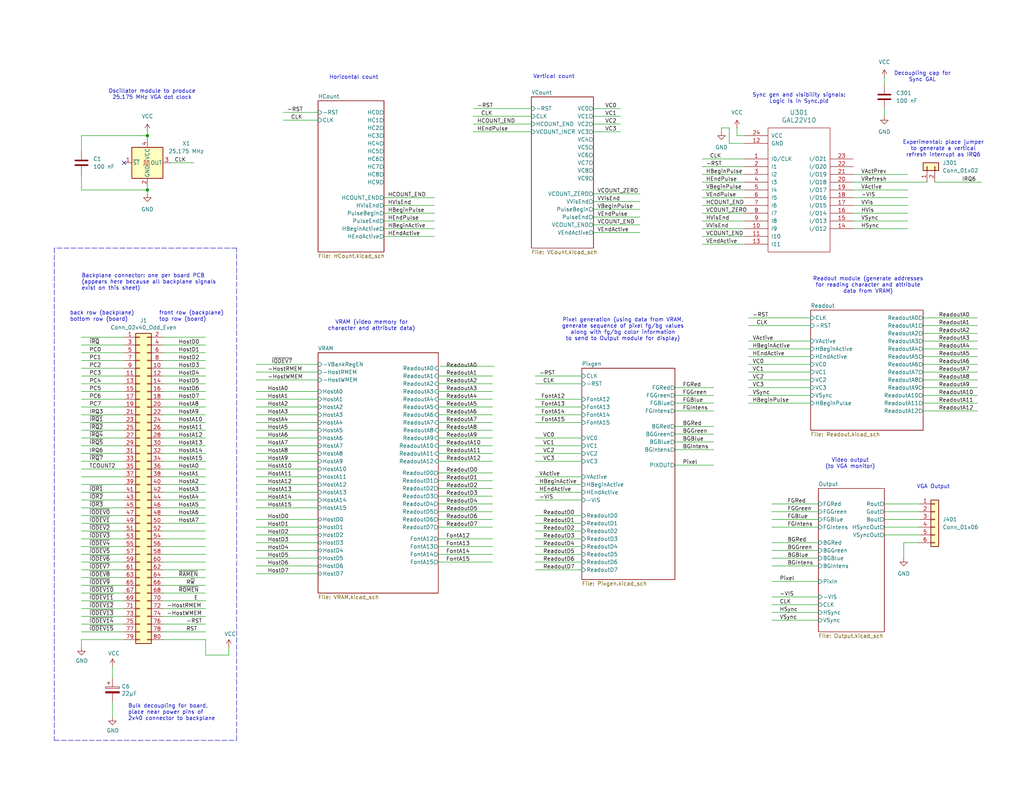
<source format=kicad_sch>
(kicad_sch (version 20231120) (generator "eeschema") (generator_version "8.0")
  (paper "User" 335.28 259.08)
  (title_block (title "Hardware VGA") (company "daveho hacks"))
  (lib_symbols
    (symbol "Connector_Generic:Conn_01x02" (pin_names (offset 1.016) hide)
      (property "Reference" "J" (at 0 2.54 0))
      (property "Value" "Conn_01x02" (at 0 -5.08 0))
      (symbol "Conn_01x02_1_1"
        (pin passive line (at -5.08 0 0) (length 3.81) (name "Pin_1") (number "1"))
        (pin passive line (at -5.08 -2.54 0) (length 3.81) (name "Pin_2") (number "2"))
      )
    )
    (symbol "Connector_Generic:Conn_01x06" (pin_names (offset 1.016) hide)
      (property "Reference" "J" (at 0 7.62 0))
      (property "Value" "Conn_01x06" (at 0 -10.16 0))
      (symbol "Conn_01x06_1_1"
        (pin passive line (at -5.08 5.08 0) (length 3.81) (name "Pin_1") (number "1"))
        (pin passive line (at -5.08 2.54 0) (length 3.81) (name "Pin_2") (number "2"))
        (pin passive line (at -5.08 0 0) (length 3.81) (name "Pin_3") (number "3"))
        (pin passive line (at -5.08 -2.54 0) (length 3.81) (name "Pin_4") (number "4"))
        (pin passive line (at -5.08 -5.08 0) (length 3.81) (name "Pin_5") (number "5"))
        (pin passive line (at -5.08 -7.62 0) (length 3.81) (name "Pin_6") (number "6"))
      )
    )
    (symbol "Connector_Generic:Conn_02x40_Odd_Even" (pin_names (offset 1.016) hide)
      (property "Reference" "J" (at 1.27 50.8 0))
      (property "Value" "Conn_02x40_Odd_Even" (at 1.27 -53.34 0))
      (symbol "Conn_02x40_Odd_Even_1_1"
        (pin passive line (at -5.08 48.26 0) (length 3.81) (name "Pin_1") (number "1"))
        (pin passive line (at 7.62 38.1 180) (length 3.81) (name "Pin_10") (number "10"))
        (pin passive line (at -5.08 35.56 0) (length 3.81) (name "Pin_11") (number "11"))
        (pin passive line (at 7.62 35.56 180) (length 3.81) (name "Pin_12") (number "12"))
        (pin passive line (at -5.08 33.02 0) (length 3.81) (name "Pin_13") (number "13"))
        (pin passive line (at 7.62 33.02 180) (length 3.81) (name "Pin_14") (number "14"))
        (pin passive line (at -5.08 30.48 0) (length 3.81) (name "Pin_15") (number "15"))
        (pin passive line (at 7.62 30.48 180) (length 3.81) (name "Pin_16") (number "16"))
        (pin passive line (at -5.08 27.94 0) (length 3.81) (name "Pin_17") (number "17"))
        (pin passive line (at 7.62 27.94 180) (length 3.81) (name "Pin_18") (number "18"))
        (pin passive line (at -5.08 25.4 0) (length 3.81) (name "Pin_19") (number "19"))
        (pin passive line (at 7.62 48.26 180) (length 3.81) (name "Pin_2") (number "2"))
        (pin passive line (at 7.62 25.4 180) (length 3.81) (name "Pin_20") (number "20"))
        (pin passive line (at -5.08 22.86 0) (length 3.81) (name "Pin_21") (number "21"))
        (pin passive line (at 7.62 22.86 180) (length 3.81) (name "Pin_22") (number "22"))
        (pin passive line (at -5.08 20.32 0) (length 3.81) (name "Pin_23") (number "23"))
        (pin passive line (at 7.62 20.32 180) (length 3.81) (name "Pin_24") (number "24"))
        (pin passive line (at -5.08 17.78 0) (length 3.81) (name "Pin_25") (number "25"))
        (pin passive line (at 7.62 17.78 180) (length 3.81) (name "Pin_26") (number "26"))
        (pin passive line (at -5.08 15.24 0) (length 3.81) (name "Pin_27") (number "27"))
        (pin passive line (at 7.62 15.24 180) (length 3.81) (name "Pin_28") (number "28"))
        (pin passive line (at -5.08 12.7 0) (length 3.81) (name "Pin_29") (number "29"))
        (pin passive line (at -5.08 45.72 0) (length 3.81) (name "Pin_3") (number "3"))
        (pin passive line (at 7.62 12.7 180) (length 3.81) (name "Pin_30") (number "30"))
        (pin passive line (at -5.08 10.16 0) (length 3.81) (name "Pin_31") (number "31"))
        (pin passive line (at 7.62 10.16 180) (length 3.81) (name "Pin_32") (number "32"))
        (pin passive line (at -5.08 7.62 0) (length 3.81) (name "Pin_33") (number "33"))
        (pin passive line (at 7.62 7.62 180) (length 3.81) (name "Pin_34") (number "34"))
        (pin passive line (at -5.08 5.08 0) (length 3.81) (name "Pin_35") (number "35"))
        (pin passive line (at 7.62 5.08 180) (length 3.81) (name "Pin_36") (number "36"))
        (pin passive line (at -5.08 2.54 0) (length 3.81) (name "Pin_37") (number "37"))
        (pin passive line (at 7.62 2.54 180) (length 3.81) (name "Pin_38") (number "38"))
        (pin passive line (at -5.08 0 0) (length 3.81) (name "Pin_39") (number "39"))
        (pin passive line (at 7.62 45.72 180) (length 3.81) (name "Pin_4") (number "4"))
        (pin passive line (at 7.62 0 180) (length 3.81) (name "Pin_40") (number "40"))
        (pin passive line (at -5.08 -2.54 0) (length 3.81) (name "Pin_41") (number "41"))
        (pin passive line (at 7.62 -2.54 180) (length 3.81) (name "Pin_42") (number "42"))
        (pin passive line (at -5.08 -5.08 0) (length 3.81) (name "Pin_43") (number "43"))
        (pin passive line (at 7.62 -5.08 180) (length 3.81) (name "Pin_44") (number "44"))
        (pin passive line (at -5.08 -7.62 0) (length 3.81) (name "Pin_45") (number "45"))
        (pin passive line (at 7.62 -7.62 180) (length 3.81) (name "Pin_46") (number "46"))
        (pin passive line (at -5.08 -10.16 0) (length 3.81) (name "Pin_47") (number "47"))
        (pin passive line (at 7.62 -10.16 180) (length 3.81) (name "Pin_48") (number "48"))
        (pin passive line (at -5.08 -12.7 0) (length 3.81) (name "Pin_49") (number "49"))
        (pin passive line (at -5.08 43.18 0) (length 3.81) (name "Pin_5") (number "5"))
        (pin passive line (at 7.62 -12.7 180) (length 3.81) (name "Pin_50") (number "50"))
        (pin passive line (at -5.08 -15.24 0) (length 3.81) (name "Pin_51") (number "51"))
        (pin passive line (at 7.62 -15.24 180) (length 3.81) (name "Pin_52") (number "52"))
        (pin passive line (at -5.08 -17.78 0) (length 3.81) (name "Pin_53") (number "53"))
        (pin passive line (at 7.62 -17.78 180) (length 3.81) (name "Pin_54") (number "54"))
        (pin passive line (at -5.08 -20.32 0) (length 3.81) (name "Pin_55") (number "55"))
        (pin passive line (at 7.62 -20.32 180) (length 3.81) (name "Pin_56") (number "56"))
        (pin passive line (at -5.08 -22.86 0) (length 3.81) (name "Pin_57") (number "57"))
        (pin passive line (at 7.62 -22.86 180) (length 3.81) (name "Pin_58") (number "58"))
        (pin passive line (at -5.08 -25.4 0) (length 3.81) (name "Pin_59") (number "59"))
        (pin passive line (at 7.62 43.18 180) (length 3.81) (name "Pin_6") (number "6"))
        (pin passive line (at 7.62 -25.4 180) (length 3.81) (name "Pin_60") (number "60"))
        (pin passive line (at -5.08 -27.94 0) (length 3.81) (name "Pin_61") (number "61"))
        (pin passive line (at 7.62 -27.94 180) (length 3.81) (name "Pin_62") (number "62"))
        (pin passive line (at -5.08 -30.48 0) (length 3.81) (name "Pin_63") (number "63"))
        (pin passive line (at 7.62 -30.48 180) (length 3.81) (name "Pin_64") (number "64"))
        (pin passive line (at -5.08 -33.02 0) (length 3.81) (name "Pin_65") (number "65"))
        (pin passive line (at 7.62 -33.02 180) (length 3.81) (name "Pin_66") (number "66"))
        (pin passive line (at -5.08 -35.56 0) (length 3.81) (name "Pin_67") (number "67"))
        (pin passive line (at 7.62 -35.56 180) (length 3.81) (name "Pin_68") (number "68"))
        (pin passive line (at -5.08 -38.1 0) (length 3.81) (name "Pin_69") (number "69"))
        (pin passive line (at -5.08 40.64 0) (length 3.81) (name "Pin_7") (number "7"))
        (pin passive line (at 7.62 -38.1 180) (length 3.81) (name "Pin_70") (number "70"))
        (pin passive line (at -5.08 -40.64 0) (length 3.81) (name "Pin_71") (number "71"))
        (pin passive line (at 7.62 -40.64 180) (length 3.81) (name "Pin_72") (number "72"))
        (pin passive line (at -5.08 -43.18 0) (length 3.81) (name "Pin_73") (number "73"))
        (pin passive line (at 7.62 -43.18 180) (length 3.81) (name "Pin_74") (number "74"))
        (pin passive line (at -5.08 -45.72 0) (length 3.81) (name "Pin_75") (number "75"))
        (pin passive line (at 7.62 -45.72 180) (length 3.81) (name "Pin_76") (number "76"))
        (pin passive line (at -5.08 -48.26 0) (length 3.81) (name "Pin_77") (number "77"))
        (pin passive line (at 7.62 -48.26 180) (length 3.81) (name "Pin_78") (number "78"))
        (pin passive line (at -5.08 -50.8 0) (length 3.81) (name "Pin_79") (number "79"))
        (pin passive line (at 7.62 40.64 180) (length 3.81) (name "Pin_8") (number "8"))
        (pin passive line (at 7.62 -50.8 180) (length 3.81) (name "Pin_80") (number "80"))
        (pin passive line (at -5.08 38.1 0) (length 3.81) (name "Pin_9") (number "9"))
      )
    )
    (symbol "Device:C" (pin_numbers hide) (pin_names (offset 0.254))
      (property "Reference" "C" (at 0.635 2.54 0))
      (property "Value" "C" (at 0.635 -2.54 0))
      (symbol "C_1_1"
        (pin passive line (at 0 3.81 270) (length 2.794) (name "~") (number "1"))
        (pin passive line (at 0 -3.81 90) (length 2.794) (name "~") (number "2"))
      )
    )
    (symbol "GND_2" (power) (pin_numbers hide) (pin_names (offset 0) hide)
      (property "Value" "GND" (at 0 -3.81 0))
      (symbol "GND_2_1_1"
        (pin power_in line (at 0 0 270) (length 0) (name "~") (number "1"))
      )
    )
    (symbol "GND_3" (power) (pin_numbers hide) (pin_names (offset 0) hide)
      (property "Value" "GND" (at 0 -3.81 0))
      (symbol "GND_3_1_1"
        (pin power_in line (at 0 0 270) (length 0) (name "~") (number "1"))
      )
    )
    (symbol "GND_4" (power) (pin_numbers hide) (pin_names (offset 0) hide)
      (property "Value" "GND" (at 0 -3.81 0))
      (symbol "GND_4_1_1"
        (pin power_in line (at 0 0 270) (length 0) (name "~") (number "1"))
      )
    )
    (symbol "Oscillator:SG-7050CAN" (pin_names (offset 0.254))
      (property "Reference" "X" (at -5.08 6.35 0))
      (property "Value" "SG-7050CAN" (at 1.27 -6.35 0))
      (symbol "SG-7050CAN_1_1"
        (pin input line (at -7.62 0 0) (length 2.54) (name "~{ST}") (number "1"))
        (pin power_in line (at 0 -7.62 90) (length 2.54) (name "GND") (number "2"))
        (pin output line (at 7.62 0 180) (length 2.54) (name "OUT") (number "3"))
        (pin power_in line (at 0 7.62 270) (length 2.54) (name "VCC") (number "4"))
      )
    )
    (symbol "VCC_1" (power) (pin_numbers hide) (pin_names (offset 0) hide)
      (property "Value" "VCC" (at 0 3.556 0))
      (symbol "VCC_1_1_1"
        (pin power_in line (at 0 0 90) (length 0) (name "~") (number "1"))
      )
    )
    (symbol "VCC_2" (power) (pin_numbers hide) (pin_names (offset 0) hide)
      (property "Value" "VCC" (at 0 3.556 0))
      (symbol "VCC_2_1_1"
        (pin power_in line (at 0 0 90) (length 0) (name "~") (number "1"))
      )
    )
    (symbol "device:CP" (pin_numbers hide) (pin_names (offset 0.254))
      (property "Reference" "C" (at 0.635 2.54 0))
      (property "Value" "CP" (at 0.635 -2.54 0))
      (symbol "CP_1_1"
        (pin passive line (at 0 3.81 270) (length 2.794) (name "~") (number "1"))
        (pin passive line (at 0 -3.81 90) (length 2.794) (name "~") (number "2"))
      )
    )
    (symbol "power:GND" (power) (pin_names (offset 0))
      (property "Value" "GND" (at 0 -3.81 0))
      (symbol "GND_1_1"
        (pin power_in line (at 0 0 270) (length 0) hide (name "GND") (number "1"))
      )
    )
    (symbol "power:VCC" (power) (pin_names (offset 0))
      (property "Value" "VCC" (at 0 3.81 0))
      (symbol "VCC_1_1"
        (pin power_in line (at 0 0 90) (length 0) hide (name "VCC") (number "1"))
      )
    )
    (symbol "ya68k:GAL22V10" (pin_names (offset 1.016))
      (property "Reference" "U" (at -1.27 20.32 0))
      (property "Value" "GAL22V10" (at 0 -24.13 0))
      (symbol "GAL22V10_1_1"
        (pin input line (at -17.78 8.89 0) (length 7.62) (name "I0/CLK") (number "1"))
        (pin input line (at -17.78 -13.97 0) (length 7.62) (name "I9") (number "10"))
        (pin input line (at -17.78 -16.51 0) (length 7.62) (name "I10") (number "11"))
        (pin power_in line (at -17.78 13.97 0) (length 7.62) (name "GND") (number "12"))
        (pin input line (at -17.78 -19.05 0) (length 7.62) (name "I11") (number "13"))
        (pin bidirectional line (at 17.78 -13.97 180) (length 7.62) (name "I/O12") (number "14"))
        (pin bidirectional line (at 17.78 -11.43 180) (length 7.62) (name "I/O13") (number "15"))
        (pin bidirectional line (at 17.78 -8.89 180) (length 7.62) (name "I/O14") (number "16"))
        (pin bidirectional line (at 17.78 -6.35 180) (length 7.62) (name "I/O15") (number "17"))
        (pin bidirectional line (at 17.78 -3.81 180) (length 7.62) (name "I/O16") (number "18"))
        (pin bidirectional line (at 17.78 -1.27 180) (length 7.62) (name "I/O17") (number "19"))
        (pin input line (at -17.78 6.35 0) (length 7.62) (name "I1") (number "2"))
        (pin bidirectional line (at 17.78 1.27 180) (length 7.62) (name "I/O18") (number "20"))
        (pin bidirectional line (at 17.78 3.81 180) (length 7.62) (name "I/O19") (number "21"))
        (pin bidirectional line (at 17.78 6.35 180) (length 7.62) (name "I/O20") (number "22"))
        (pin bidirectional line (at 17.78 8.89 180) (length 7.62) (name "I/O21") (number "23"))
        (pin power_in line (at -17.78 16.51 0) (length 7.62) (name "VCC") (number "24"))
        (pin input line (at -17.78 3.81 0) (length 7.62) (name "I2") (number "3"))
        (pin input line (at -17.78 1.27 0) (length 7.62) (name "I3") (number "4"))
        (pin input line (at -17.78 -1.27 0) (length 7.62) (name "I4") (number "5"))
        (pin input line (at -17.78 -3.81 0) (length 7.62) (name "I5") (number "6"))
        (pin input line (at -17.78 -6.35 0) (length 7.62) (name "I6") (number "7"))
        (pin input line (at -17.78 -8.89 0) (length 7.62) (name "I7") (number "8"))
        (pin input line (at -17.78 -11.43 0) (length 7.62) (name "I8") (number "9"))
      )
    )
  )
  (junction (at 48.26 62.23))
  (junction (at 48.26 44.45))
  (no_connect (at 40.64 53.34))
  (wire (pts (xy 83.82 124.46) (xy 104.14 124.46)))
  (wire (pts (xy 238.76 41.91) (xy 236.22 41.91)))
  (wire (pts (xy 194.31 38.1) (xy 203.2 38.1)))
  (wire (pts (xy 143.51 160.02) (xy 161.29 160.02)))
  (wire (pts (xy 36.83 222.25) (xy 36.83 218.44)))
  (wire (pts (xy 143.51 165.1) (xy 161.29 165.1)))
  (wire (pts (xy 302.26 104.14) (xy 320.04 104.14)))
  (wire (pts (xy 143.51 157.48) (xy 161.29 157.48)))
  (wire (pts (xy 26.67 113.03) (xy 40.64 113.03)))
  (wire (pts (xy 252.73 172.72) (xy 267.97 172.72)))
  (wire (pts (xy 194.31 66.04) (xy 209.55 66.04)))
  (wire (pts (xy 53.34 209.55) (xy 67.31 209.55)))
  (wire (pts (xy 220.98 134.62) (xy 233.68 134.62)))
  (wire (pts (xy 53.34 163.83) (xy 67.31 163.83)))
  (wire (pts (xy 175.26 133.35) (xy 190.5 133.35)))
  (wire (pts (xy 267.97 200.66) (xy 252.73 200.66)))
  (wire (pts (xy 26.67 146.05) (xy 40.64 146.05)))
  (wire (pts (xy 26.67 151.13) (xy 40.64 151.13)))
  (wire (pts (xy 53.34 158.75) (xy 67.31 158.75)))
  (wire (pts (xy 53.34 148.59) (xy 67.31 148.59)))
  (wire (pts (xy 220.98 152.4) (xy 233.68 152.4)))
  (wire (pts (xy 279.4 57.15) (xy 297.18 57.15)))
  (wire (pts (xy 289.56 167.64) (xy 300.99 167.64)))
  (wire (pts (xy 26.67 189.23) (xy 40.64 189.23)))
  (wire (pts (xy 295.91 177.8) (xy 295.91 182.88)))
  (wire (pts (xy 252.73 185.42) (xy 267.97 185.42)))
  (wire (pts (xy 175.26 176.53) (xy 190.5 176.53)))
  (wire (pts (xy 26.67 62.23) (xy 48.26 62.23)))
  (wire (pts (xy 252.73 195.58) (xy 267.97 195.58)))
  (wire (pts (xy 154.94 38.1) (xy 173.99 38.1)))
  (wire (pts (xy 245.11 127) (xy 265.43 127)))
  (wire (pts (xy 83.82 135.89) (xy 104.14 135.89)))
  (wire (pts (xy 83.82 153.67) (xy 104.14 153.67)))
  (wire (pts (xy 26.67 135.89) (xy 40.64 135.89)))
  (wire (pts (xy 53.34 125.73) (xy 67.31 125.73)))
  (wire (pts (xy 83.82 166.37) (xy 104.14 166.37)))
  (wire (pts (xy 143.51 146.05) (xy 161.29 146.05)))
  (wire (pts (xy 245.11 121.92) (xy 265.43 121.92)))
  (wire (pts (xy 26.67 191.77) (xy 40.64 191.77)))
  (wire (pts (xy 26.67 140.97) (xy 40.64 140.97)))
  (wire (pts (xy 104.14 36.83) (xy 92.71 36.83)))
  (wire (pts (xy 302.26 109.22) (xy 320.04 109.22)))
  (wire (pts (xy 53.34 199.39) (xy 67.31 199.39)))
  (wire (pts (xy 53.34 110.49) (xy 67.31 110.49)))
  (wire (pts (xy 220.98 147.32) (xy 233.68 147.32)))
  (wire (pts (xy 53.34 133.35) (xy 67.31 133.35)))
  (wire (pts (xy 48.26 60.96) (xy 48.26 62.23)))
  (wire (pts (xy 143.51 125.73) (xy 161.29 125.73)))
  (wire (pts (xy 53.34 146.05) (xy 67.31 146.05)))
  (wire (pts (xy 53.34 184.15) (xy 67.31 184.15)))
  (polyline (pts (xy 17.78 242.57) (xy 77.47 242.57)) (stroke (width 0) (type dash)))
  (wire (pts (xy 26.67 123.19) (xy 40.64 123.19)))
  (wire (pts (xy 175.26 168.91) (xy 190.5 168.91)))
  (wire (pts (xy 53.34 130.81) (xy 67.31 130.81)))
  (wire (pts (xy 26.67 44.45) (xy 48.26 44.45)))
  (wire (pts (xy 252.73 198.12) (xy 267.97 198.12)))
  (wire (pts (xy 252.73 190.5) (xy 267.97 190.5)))
  (wire (pts (xy 53.34 207.01) (xy 67.31 207.01)))
  (wire (pts (xy 83.82 170.18) (xy 104.14 170.18)))
  (wire (pts (xy 289.56 35.56) (xy 289.56 38.1)))
  (wire (pts (xy 175.26 148.59) (xy 190.5 148.59)))
  (wire (pts (xy 74.93 214.63) (xy 74.93 212.09)))
  (wire (pts (xy 175.26 173.99) (xy 190.5 173.99)))
  (wire (pts (xy 26.67 171.45) (xy 40.64 171.45)))
  (wire (pts (xy 245.11 124.46) (xy 265.43 124.46)))
  (wire (pts (xy 83.82 121.92) (xy 104.14 121.92)))
  (wire (pts (xy 53.34 166.37) (xy 67.31 166.37)))
  (wire (pts (xy 175.26 130.81) (xy 190.5 130.81)))
  (wire (pts (xy 83.82 185.42) (xy 104.14 185.42)))
  (wire (pts (xy 125.73 64.77) (xy 142.24 64.77)))
  (wire (pts (xy 238.76 46.99) (xy 238.76 41.91)))
  (wire (pts (xy 245.11 119.38) (xy 265.43 119.38)))
  (wire (pts (xy 302.26 106.68) (xy 320.04 106.68)))
  (wire (pts (xy 220.98 129.54) (xy 233.68 129.54)))
  (wire (pts (xy 36.83 229.87) (xy 36.83 234.95)))
  (wire (pts (xy 53.34 151.13) (xy 67.31 151.13)))
  (wire (pts (xy 194.31 68.58) (xy 209.55 68.58)))
  (wire (pts (xy 143.51 123.19) (xy 161.29 123.19)))
  (wire (pts (xy 143.51 172.72) (xy 161.29 172.72)))
  (wire (pts (xy 53.34 140.97) (xy 67.31 140.97)))
  (wire (pts (xy 67.31 209.55) (xy 67.31 214.63)))
  (wire (pts (xy 26.67 209.55) (xy 40.64 209.55)))
  (wire (pts (xy 245.11 129.54) (xy 265.43 129.54)))
  (wire (pts (xy 279.4 69.85) (xy 297.18 69.85)))
  (wire (pts (xy 229.87 74.93) (xy 243.84 74.93)))
  (wire (pts (xy 67.31 214.63) (xy 74.93 214.63)))
  (wire (pts (xy 245.11 106.68) (xy 265.43 106.68)))
  (wire (pts (xy 125.73 77.47) (xy 142.24 77.47)))
  (wire (pts (xy 229.87 72.39) (xy 243.84 72.39)))
  (wire (pts (xy 175.26 143.51) (xy 190.5 143.51)))
  (wire (pts (xy 83.82 133.35) (xy 104.14 133.35)))
  (wire (pts (xy 26.67 184.15) (xy 40.64 184.15)))
  (polyline (pts (xy 17.78 81.28) (xy 17.78 242.57)) (stroke (width 0) (type dash)))
  (wire (pts (xy 306.07 59.69) (xy 321.31 59.69)))
  (wire (pts (xy 53.34 156.21) (xy 67.31 156.21)))
  (wire (pts (xy 83.82 119.38) (xy 104.14 119.38)))
  (wire (pts (xy 175.26 161.29) (xy 190.5 161.29)))
  (wire (pts (xy 302.26 121.92) (xy 320.04 121.92)))
  (wire (pts (xy 26.67 179.07) (xy 40.64 179.07)))
  (wire (pts (xy 53.34 143.51) (xy 67.31 143.51)))
  (wire (pts (xy 143.51 138.43) (xy 161.29 138.43)))
  (wire (pts (xy 265.43 104.14) (xy 245.11 104.14)))
  (wire (pts (xy 143.51 130.81) (xy 161.29 130.81)))
  (wire (pts (xy 143.51 148.59) (xy 161.29 148.59)))
  (wire (pts (xy 175.26 146.05) (xy 190.5 146.05)))
  (wire (pts (xy 252.73 182.88) (xy 267.97 182.88)))
  (wire (pts (xy 55.88 53.34) (xy 63.5 53.34)))
  (wire (pts (xy 53.34 115.57) (xy 67.31 115.57)))
  (wire (pts (xy 143.51 179.07) (xy 161.29 179.07)))
  (wire (pts (xy 83.82 156.21) (xy 104.14 156.21)))
  (wire (pts (xy 125.73 67.31) (xy 142.24 67.31)))
  (wire (pts (xy 83.82 146.05) (xy 104.14 146.05)))
  (wire (pts (xy 302.26 111.76) (xy 320.04 111.76)))
  (wire (pts (xy 229.87 80.01) (xy 243.84 80.01)))
  (wire (pts (xy 143.51 154.94) (xy 161.29 154.94)))
  (wire (pts (xy 302.26 129.54) (xy 320.04 129.54)))
  (wire (pts (xy 220.98 142.24) (xy 233.68 142.24)))
  (wire (pts (xy 245.11 114.3) (xy 265.43 114.3)))
  (wire (pts (xy 26.67 115.57) (xy 40.64 115.57)))
  (wire (pts (xy 194.31 76.2) (xy 209.55 76.2)))
  (wire (pts (xy 26.67 199.39) (xy 40.64 199.39)))
  (wire (pts (xy 143.51 128.27) (xy 161.29 128.27)))
  (wire (pts (xy 53.34 191.77) (xy 67.31 191.77)))
  (wire (pts (xy 26.67 125.73) (xy 40.64 125.73)))
  (wire (pts (xy 26.67 181.61) (xy 40.64 181.61)))
  (wire (pts (xy 125.73 74.93) (xy 142.24 74.93)))
  (wire (pts (xy 243.84 46.99) (xy 238.76 46.99)))
  (wire (pts (xy 143.51 167.64) (xy 161.29 167.64)))
  (wire (pts (xy 220.98 132.08) (xy 233.68 132.08)))
  (wire (pts (xy 236.22 41.91) (xy 236.22 43.18)))
  (wire (pts (xy 26.67 130.81) (xy 40.64 130.81)))
  (wire (pts (xy 53.34 196.85) (xy 67.31 196.85)))
  (wire (pts (xy 83.82 172.72) (xy 104.14 172.72)))
  (wire (pts (xy 143.51 143.51) (xy 161.29 143.51)))
  (wire (pts (xy 302.26 116.84) (xy 320.04 116.84)))
  (wire (pts (xy 53.34 161.29) (xy 67.31 161.29)))
  (wire (pts (xy 154.94 40.64) (xy 173.99 40.64)))
  (wire (pts (xy 220.98 139.7) (xy 233.68 139.7)))
  (wire (pts (xy 53.34 168.91) (xy 67.31 168.91)))
  (wire (pts (xy 48.26 44.45) (xy 48.26 45.72)))
  (wire (pts (xy 229.87 52.07) (xy 243.84 52.07)))
  (wire (pts (xy 83.82 177.8) (xy 104.14 177.8)))
  (wire (pts (xy 302.26 124.46) (xy 320.04 124.46)))
  (wire (pts (xy 26.67 176.53) (xy 40.64 176.53)))
  (wire (pts (xy 243.84 69.85) (xy 229.87 69.85)))
  (wire (pts (xy 143.51 162.56) (xy 161.29 162.56)))
  (wire (pts (xy 302.26 119.38) (xy 320.04 119.38)))
  (wire (pts (xy 175.26 151.13) (xy 190.5 151.13)))
  (wire (pts (xy 229.87 54.61) (xy 243.84 54.61)))
  (wire (pts (xy 26.67 194.31) (xy 40.64 194.31)))
  (wire (pts (xy 143.51 133.35) (xy 161.29 133.35)))
  (wire (pts (xy 279.4 62.23) (xy 297.18 62.23)))
  (wire (pts (xy 48.26 62.23) (xy 48.26 63.5)))
  (wire (pts (xy 53.34 194.31) (xy 67.31 194.31)))
  (wire (pts (xy 194.31 35.56) (xy 203.2 35.56)))
  (wire (pts (xy 143.51 170.18) (xy 161.29 170.18)))
  (wire (pts (xy 26.67 120.65) (xy 40.64 120.65)))
  (wire (pts (xy 83.82 180.34) (xy 104.14 180.34)))
  (wire (pts (xy 279.4 74.93) (xy 297.18 74.93)))
  (wire (pts (xy 302.26 134.62) (xy 320.04 134.62)))
  (wire (pts (xy 209.55 63.5) (xy 194.31 63.5)))
  (wire (pts (xy 302.26 127) (xy 320.04 127)))
  (wire (pts (xy 252.73 165.1) (xy 267.97 165.1)))
  (wire (pts (xy 300.99 177.8) (xy 295.91 177.8)))
  (wire (pts (xy 245.11 116.84) (xy 265.43 116.84)))
  (wire (pts (xy 83.82 163.83) (xy 104.14 163.83)))
  (wire (pts (xy 83.82 161.29) (xy 104.14 161.29)))
  (wire (pts (xy 53.34 201.93) (xy 67.31 201.93)))
  (polyline (pts (xy 77.47 242.57) (xy 77.47 81.28)) (stroke (width 0) (type dash)))
  (wire (pts (xy 279.4 59.69) (xy 303.53 59.69)))
  (wire (pts (xy 279.4 72.39) (xy 297.18 72.39)))
  (wire (pts (xy 53.34 171.45) (xy 67.31 171.45)))
  (wire (pts (xy 229.87 62.23) (xy 243.84 62.23)))
  (wire (pts (xy 229.87 64.77) (xy 243.84 64.77)))
  (wire (pts (xy 241.3 41.91) (xy 241.3 44.45)))
  (wire (pts (xy 26.67 166.37) (xy 40.64 166.37)))
  (wire (pts (xy 26.67 118.11) (xy 40.64 118.11)))
  (wire (pts (xy 53.34 176.53) (xy 67.31 176.53)))
  (wire (pts (xy 53.34 153.67) (xy 67.31 153.67)))
  (wire (pts (xy 243.84 44.45) (xy 241.3 44.45)))
  (wire (pts (xy 302.26 132.08) (xy 320.04 132.08)))
  (wire (pts (xy 229.87 77.47) (xy 243.84 77.47)))
  (wire (pts (xy 194.31 40.64) (xy 203.2 40.64)))
  (wire (pts (xy 26.67 110.49) (xy 40.64 110.49)))
  (wire (pts (xy 83.82 158.75) (xy 104.14 158.75)))
  (wire (pts (xy 83.82 130.81) (xy 104.14 130.81)))
  (wire (pts (xy 289.56 170.18) (xy 300.99 170.18)))
  (wire (pts (xy 26.67 161.29) (xy 40.64 161.29)))
  (wire (pts (xy 53.34 204.47) (xy 67.31 204.47)))
  (wire (pts (xy 175.26 181.61) (xy 190.5 181.61)))
  (wire (pts (xy 26.67 201.93) (xy 40.64 201.93)))
  (wire (pts (xy 53.34 179.07) (xy 67.31 179.07)))
  (wire (pts (xy 190.5 123.19) (xy 175.26 123.19)))
  (wire (pts (xy 175.26 158.75) (xy 190.5 158.75)))
  (wire (pts (xy 26.67 133.35) (xy 40.64 133.35)))
  (wire (pts (xy 252.73 167.64) (xy 267.97 167.64)))
  (wire (pts (xy 83.82 148.59) (xy 104.14 148.59)))
  (wire (pts (xy 53.34 128.27) (xy 67.31 128.27)))
  (wire (pts (xy 92.71 39.37) (xy 104.14 39.37)))
  (wire (pts (xy 26.67 128.27) (xy 40.64 128.27)))
  (wire (pts (xy 175.26 186.69) (xy 190.5 186.69)))
  (wire (pts (xy 26.67 49.53) (xy 26.67 44.45)))
  (wire (pts (xy 53.34 189.23) (xy 67.31 189.23)))
  (wire (pts (xy 53.34 123.19) (xy 67.31 123.19)))
  (wire (pts (xy 143.51 176.53) (xy 161.29 176.53)))
  (wire (pts (xy 26.67 158.75) (xy 40.64 158.75)))
  (wire (pts (xy 144.145 120.015) (xy 161.925 120.015)))
  (wire (pts (xy 83.82 175.26) (xy 104.14 175.26)))
  (wire (pts (xy 175.26 171.45) (xy 190.5 171.45)))
  (wire (pts (xy 289.56 175.26) (xy 300.99 175.26)))
  (wire (pts (xy 143.51 140.97) (xy 161.29 140.97)))
  (wire (pts (xy 83.82 128.27) (xy 104.14 128.27)))
  (wire (pts (xy 53.34 173.99) (xy 67.31 173.99)))
  (wire (pts (xy 26.67 138.43) (xy 40.64 138.43)))
  (wire (pts (xy 83.82 140.97) (xy 104.14 140.97)))
  (wire (pts (xy 245.11 111.76) (xy 265.43 111.76)))
  (wire (pts (xy 26.67 168.91) (xy 40.64 168.91)))
  (wire (pts (xy 83.82 182.88) (xy 104.14 182.88)))
  (wire (pts (xy 26.67 57.15) (xy 26.67 62.23)))
  (wire (pts (xy 83.82 138.43) (xy 104.14 138.43)))
  (wire (pts (xy 154.94 43.18) (xy 173.99 43.18)))
  (wire (pts (xy 143.51 181.61) (xy 161.29 181.61)))
  (wire (pts (xy 175.26 163.83) (xy 190.5 163.83)))
  (wire (pts (xy 26.67 153.67) (xy 40.64 153.67)))
  (wire (pts (xy 175.26 184.15) (xy 190.5 184.15)))
  (wire (pts (xy 53.34 181.61) (xy 67.31 181.61)))
  (wire (pts (xy 279.4 64.77) (xy 297.18 64.77)))
  (wire (pts (xy 26.67 207.01) (xy 40.64 207.01)))
  (wire (pts (xy 26.67 163.83) (xy 40.64 163.83)))
  (wire (pts (xy 229.87 59.69) (xy 243.84 59.69)))
  (wire (pts (xy 26.67 156.21) (xy 40.64 156.21)))
  (polyline (pts (xy 77.47 81.28) (xy 17.78 81.28)) (stroke (width 0) (type dash)))
  (wire (pts (xy 143.51 135.89) (xy 161.29 135.89)))
  (wire (pts (xy 289.56 25.4) (xy 289.56 27.94)))
  (wire (pts (xy 26.67 143.51) (xy 40.64 143.51)))
  (wire (pts (xy 220.98 127) (xy 233.68 127)))
  (wire (pts (xy 175.26 179.07) (xy 190.5 179.07)))
  (wire (pts (xy 53.34 118.11) (xy 67.31 118.11)))
  (wire (pts (xy 302.26 114.3) (xy 320.04 114.3)))
  (wire (pts (xy 53.34 138.43) (xy 67.31 138.43)))
  (wire (pts (xy 53.34 186.69) (xy 67.31 186.69)))
  (wire (pts (xy 175.26 125.73) (xy 190.5 125.73)))
  (wire (pts (xy 143.51 184.15) (xy 161.29 184.15)))
  (wire (pts (xy 279.4 67.31) (xy 297.18 67.31)))
  (wire (pts (xy 289.56 172.72) (xy 300.99 172.72)))
  (wire (pts (xy 26.67 186.69) (xy 40.64 186.69)))
  (wire (pts (xy 245.11 132.08) (xy 265.43 132.08)))
  (wire (pts (xy 252.73 170.18) (xy 267.97 170.18)))
  (wire (pts (xy 83.82 151.13) (xy 104.14 151.13)))
  (wire (pts (xy 125.73 69.85) (xy 142.24 69.85)))
  (wire (pts (xy 143.51 151.13) (xy 161.29 151.13)))
  (wire (pts (xy 289.56 165.1) (xy 300.99 165.1)))
  (wire (pts (xy 194.31 73.66) (xy 209.55 73.66)))
  (wire (pts (xy 53.34 135.89) (xy 67.31 135.89)))
  (wire (pts (xy 83.82 143.51) (xy 104.14 143.51)))
  (wire (pts (xy 53.34 120.65) (xy 67.31 120.65)))
  (wire (pts (xy 83.82 187.96) (xy 104.14 187.96)))
  (wire (pts (xy 26.67 209.55) (xy 26.67 212.09)))
  (wire (pts (xy 175.26 156.21) (xy 190.5 156.21)))
  (wire (pts (xy 252.73 177.8) (xy 267.97 177.8)))
  (wire (pts (xy 194.31 71.12) (xy 209.55 71.12)))
  (wire (pts (xy 173.99 35.56) (xy 154.94 35.56)))
  (wire (pts (xy 125.73 72.39) (xy 142.24 72.39)))
  (wire (pts (xy 229.87 57.15) (xy 243.84 57.15)))
  (wire (pts (xy 267.97 203.2) (xy 252.73 203.2)))
  (wire (pts (xy 220.98 144.78) (xy 233.68 144.78)))
  (wire (pts (xy 194.31 43.18) (xy 203.2 43.18)))
  (wire (pts (xy 175.26 135.89) (xy 190.5 135.89)))
  (wire (pts (xy 48.26 43.18) (xy 48.26 44.45)))
  (wire (pts (xy 175.26 138.43) (xy 190.5 138.43)))
  (wire (pts (xy 26.67 148.59) (xy 40.64 148.59)))
  (wire (pts (xy 53.34 113.03) (xy 67.31 113.03)))
  (wire (pts (xy 26.67 173.99) (xy 40.64 173.99)))
  (wire (pts (xy 252.73 180.34) (xy 267.97 180.34)))
  (wire (pts (xy 243.84 67.31) (xy 229.87 67.31)))
  (wire (pts (xy 26.67 196.85) (xy 40.64 196.85)))
  (wire (pts (xy 26.67 204.47) (xy 40.64 204.47)))
  (text "Backplane connector: one per board PCB\n(appears here because all backplane signals\nexist on this sheet)" (at 26.67 95.25 0) (effects (font (size 1.27 1.27)) (justify left bottom)))
  (text "Decoupling cap for\nSync GAL" (at 302.006 25.146 0) (effects (font (size 1.27 1.27))))
  (text "Sync gen and visibility signals:\nLogic is in Sync.pld" (at 261.62 32.258 0) (effects (font (size 1.27 1.27))))
  (text "VRAM (video memory for\ncharacter and attribute data)" (at 121.666 106.68 0) (effects (font (size 1.27 1.27))))
  (text "VGA Output" (at 305.562 159.512 0) (effects (font (size 1.27 1.27))))
  (text "Oscillator module to produce\n25.175 MHz VGA dot clock" (at 49.784 30.988 0) (effects (font (size 1.27 1.27))))
  (text "back row (backplane)\nbottom row (board)" (at 22.86 105.41 0) (effects (font (size 1.27 1.27)) (justify left bottom)))
  (text "Bulk decoupling for board,\nplace near power pins of\n2x40 connector to backplane" (at 41.91 236.22 0) (effects (font (size 1.27 1.27)) (justify left bottom)))
  (text "Pixel generation (using data from VRAM,\ngenerate sequence of pixel fg/bg values\nalong with fg/bg color information\nto send to Output module for display)" (at 203.962 107.95 0) (effects (font (size 1.27 1.27))))
  (text "front row (backplane)\ntop row (board)" (at 52.07 105.41 0) (effects (font (size 1.27 1.27)) (justify left bottom)))
  (text "Experimental: place jumper\nto generate a vertical\nrefresh interrupt as IRQ6" (at 308.864 48.768 0) (effects (font (size 1.27 1.27))))
  (text "Horizontal count" (at 115.824 25.4 0) (effects (font (size 1.27 1.27))))
  (text "Vertical count" (at 181.356 25.146 0) (effects (font (size 1.27 1.27))))
  (text "Video output\n(to VGA monitor)" (at 278.384 151.892 0) (effects (font (size 1.27 1.27))))
  (text "Readout module (generate addresses\nfor reading character and attribute\ndata from VRAM)" (at 284.226 93.472 0) (effects (font (size 1.27 1.27))))
  (label "VC2" (at 246.38 124.46 0))
  (label "~{IODEV0}" (at 29.21 168.91 0))
  (label "VCOUNT_END" (at 231.14 77.47 0))
  (label "Pixel" (at 255.27 190.5 0))
  (label "ReadoutA8" (at 307.34 124.46 0))
  (label "BGGreen" (at 223.52 142.24 0))
  (label "~{IODEV2}" (at 29.21 173.99 0))
  (label "ReadoutD0" (at 146.05 154.94 0))
  (label "CLK" (at 177.8 125.73 0))
  (label "VC2" (at 177.8 148.59 0))
  (label "HSync" (at 281.94 74.93 0))
  (label "VC0" (at 246.38 119.38 0))
  (label "~{IOR2}" (at 29.21 163.83 0))
  (label "~{IODEV7}" (at 88.9 119.38 0))
  (label "FGBlue" (at 257.81 170.18 0))
  (label "VC2" (at 198.12 40.64 0))
  (label "BGBlue" (at 257.81 182.88 0))
  (label "HEndActive" (at 127 77.47 0))
  (label "~{IOR3}" (at 29.21 166.37 0))
  (label "-RST" (at 246.38 104.14 0))
  (label "ReadoutD5" (at 177.8 181.61 0))
  (label "HVisEnd" (at 127 67.31 0))
  (label "~{IRQ5}" (at 29.21 146.05 0))
  (label "HostA4" (at 87.63 138.43 0))
  (label "HVisEnd" (at 231.14 72.39 0))
  (label "VActive" (at 281.94 62.23 0))
  (label "CLK" (at 247.65 106.68 0))
  (label "IRQ6" (at 314.96 59.69 0))
  (label "VCOUNT_END" (at 195.58 73.66 0))
  (label "~{IODEV15}" (at 29.21 207.01 0))
  (label "VCOUNT_ZERO" (at 195.58 63.5 0))
  (label "CLK" (at 232.41 52.07 0))
  (label "Pixel" (at 223.52 152.4 0))
  (label "ReadoutA11" (at 307.34 132.08 0))
  (label "HCOUNT_END" (at 156.21 40.64 0))
  (label "HostA13" (at 58.42 146.05 0))
  (label "CLK" (at 255.27 198.12 0))
  (label "VC1" (at 246.38 121.92 0))
  (label "ReadoutA6" (at 307.34 119.38 0))
  (label "ReadoutD2" (at 146.05 160.02 0))
  (label "ReadoutD7" (at 146.05 172.72 0))
  (label "BGGreen" (at 257.81 180.34 0))
  (label "ReadoutA11" (at 146.05 148.59 0))
  (label "HostA7" (at 58.42 171.45 0))
  (label "VC3" (at 246.38 127 0))
  (label "~{IODEV1}" (at 29.21 171.45 0))
  (label "ReadoutD7" (at 177.8 186.69 0))
  (label "HostA6" (at 58.42 168.91 0))
  (label "HostA2" (at 87.63 133.35 0))
  (label "VC0" (at 198.12 35.56 0))
  (label "HostA0" (at 58.42 153.67 0))
  (label "~{ROMEN}" (at 58.42 194.31 0))
  (label "-VIS" (at 255.27 195.58 0))
  (label "ReadoutD1" (at 146.05 157.48 0))
  (label "CLK" (at 157.48 38.1 0))
  (label "ReadoutD3" (at 177.8 176.53 0))
  (label "FGBlue" (at 223.52 132.08 0))
  (label "HostA12" (at 87.63 158.75 0))
  (label "HostD0" (at 87.63 170.18 0))
  (label "~{IODEV10}" (at 29.21 194.31 0))
  (label "ReadoutA9" (at 307.34 127 0))
  (label "HostD2" (at 58.42 118.11 0))
  (label "-HostRMEM" (at 54.61 199.39 0))
  (label "~{IODEV4}" (at 29.21 179.07 0))
  (label "RST" (at 60.96 207.01 0))
  (label "HostD1" (at 58.42 115.57 0))
  (label "~{IODEV12}" (at 29.21 199.39 0))
  (label "ReadoutA3" (at 307.34 111.76 0))
  (label "FontA13" (at 177.165 133.35 0))
  (label "HostA12" (at 58.42 143.51 0))
  (label "FGIntens" (at 223.52 134.62 0))
  (label "HSync" (at 255.27 200.66 0))
  (label "VC3" (at 198.12 43.18 0))
  (label "VSync" (at 281.94 72.39 0))
  (label "HostA13" (at 87.63 161.29 0))
  (label "ReadoutD0" (at 177.8 168.91 0))
  (label "CLK" (at 95.25 39.37 0))
  (label "HostD5" (at 58.42 125.73 0))
  (label "~{IODEV11}" (at 29.21 196.85 0))
  (label "HostA6" (at 87.63 143.51 0))
  (label "HBeginActive" (at 176.53 158.75 0))
  (label "PC7" (at 29.21 133.35 0))
  (label "~{IRQ2}" (at 29.21 140.97 0))
  (label "ReadoutA7" (at 146.05 138.43 0))
  (label "VEndActive" (at 231.14 80.01 0))
  (label "HostA5" (at 87.63 140.97 0))
  (label "~{IRQ}" (at 29.21 113.03 0))
  (label "PC1" (at 29.21 118.11 0))
  (label "BGIntens" (at 257.81 185.42 0))
  (label "ReadoutA5" (at 307.34 116.84 0))
  (label "ReadoutD4" (at 177.8 179.07 0))
  (label "VC0" (at 177.8 143.51 0))
  (label "HBeginActive" (at 127 74.93 0))
  (label "PC2" (at 29.21 120.65 0))
  (label "VBeginPulse" (at 195.58 68.58 0))
  (label "-HostRMEM" (at 87.63 121.92 0))
  (label "ReadoutA3" (at 146.05 128.27 0))
  (label "ReadoutA10" (at 146.05 146.05 0))
  (label "FontA12" (at 146.05 176.53 0))
  (label "VEndActive" (at 195.58 76.2 0))
  (label "HostA15" (at 87.63 166.37 0))
  (label "ReadoutA7" (at 307.34 121.92 0))
  (label "TCOUNT2" (at 29.21 153.67 0))
  (label "FGRed" (at 223.52 127 0))
  (label "ReadoutD4" (at 146.05 165.1 0))
  (label "VVis" (at 281.94 67.31 0))
  (label "~{IODEV8}" (at 29.21 189.23 0))
  (label "HBeginPulse" (at 127 69.85 0))
  (label "ReadoutA12" (at 146.05 151.13 0))
  (label "HostA3" (at 87.63 135.89 0))
  (label "FontA14" (at 177.165 135.89 0))
  (label "IRQ3" (at 29.21 135.89 0))
  (label "HostD6" (at 58.42 128.27 0))
  (label "PC3" (at 29.21 123.19 0))
  (label "FGGreen" (at 223.52 129.54 0))
  (label "~{IODEV6}" (at 29.21 184.15 0))
  (label "FGRed" (at 257.81 165.1 0))
  (label "ReadoutA8" (at 146.05 140.97 0))
  (label "VSync" (at 246.38 129.54 0))
  (label "HostD7" (at 58.42 130.81 0))
  (label "HostD3" (at 87.63 177.8 0))
  (label "HostA11" (at 58.42 140.97 0))
  (label "VEndPulse" (at 231.14 64.77 0))
  (label "FontA15" (at 177.165 138.43 0))
  (label "~{IRQ4}" (at 29.21 143.51 0))
  (label "HostA9" (at 58.42 135.89 0))
  (label "-HostWMEM" (at 87.63 124.46 0))
  (label "HostA1" (at 87.63 130.81 0))
  (label "ReadoutA0" (at 146.05 120.65 0))
  (label "VC1" (at 177.8 146.05 0))
  (label "HostD3" (at 58.42 120.65 0))
  (label "VRefresh" (at 281.94 59.69 0))
  (label "PC6" (at 29.21 130.81 0))
  (label "BGRed" (at 257.81 177.8 0))
  (label "~{IODEV7}" (at 29.21 186.69 0))
  (label "HBeginActive" (at 246.38 114.3 0))
  (label "HostA10" (at 87.63 153.67 0))
  (label "IRQ6" (at 29.21 148.59 0))
  (label "HostD1" (at 87.63 172.72 0))
  (label "ReadoutA2" (at 146.05 125.73 0))
  (label "PC0" (at 29.21 115.57 0))
  (label "ReadoutA1" (at 307.34 106.68 0))
  (label "VActPrev" (at 281.94 57.15 0))
  (label "~{IRQ7}" (at 29.21 151.13 0))
  (label "HostA2" (at 58.42 158.75 0))
  (label "HCOUNT_END" (at 127 64.77 0))
  (label "HostA9" (at 87.63 151.13 0))
  (label "VSync" (at 255.27 203.2 0))
  (label "-RST" (at 156.21 35.56 0))
  (label "-VIS" (at 281.94 64.77 0))
  (label "HEndPulse" (at 231.14 59.69 0))
  (label "FontA14" (at 146.05 181.61 0))
  (label "ReadoutD6" (at 177.8 184.15 0))
  (label "HostA5" (at 58.42 166.37 0))
  (label "HEndActive" (at 176.53 161.29 0))
  (label "HostD5" (at 87.63 182.88 0))
  (label "HostD4" (at 58.42 123.19 0))
  (label "ReadoutA12" (at 307.34 134.62 0))
  (label "HEndPulse" (at 127 72.39 0))
  (label "ReadoutA4" (at 146.05 130.81 0))
  (label "HostA1" (at 58.42 156.21 0))
  (label "VVisEnd" (at 231.14 74.93 0))
  (label "PC4" (at 29.21 125.73 0))
  (label "FGIntens" (at 257.81 172.72 0))
  (label "CLK" (at 57.15 53.34 0))
  (label "VEndPulse" (at 195.58 71.12 0))
  (label "FontA13" (at 146.05 179.07 0))
  (label "ReadoutA4" (at 307.34 114.3 0))
  (label "VBeginPulse" (at 231.14 62.23 0))
  (label "~{IRQ1}" (at 29.21 138.43 0))
  (label "BGBlue" (at 223.52 144.78 0))
  (label "HostA11" (at 87.63 156.21 0))
  (label "HEndPulse" (at 156.21 43.18 0))
  (label "HostA14" (at 87.63 163.83 0))
  (label "-VIS" (at 176.53 163.83 0))
  (label "FGGreen" (at 257.81 167.64 0))
  (label "HostA4" (at 58.42 163.83 0))
  (label "ReadoutD6" (at 146.05 170.18 0))
  (label "HostA10" (at 58.42 138.43 0))
  (label "FontA15" (at 146.05 184.15 0))
  (label "HostA14" (at 58.42 148.59 0))
  (label "ReadoutA9" (at 146.05 143.51 0))
  (label "HostD0" (at 58.42 113.03 0))
  (label "~{IODEV14}" (at 29.21 204.47 0))
  (label "ReadoutA0" (at 307.34 104.14 0))
  (label "ReadoutD3" (at 146.05 162.56 0))
  (label "BGRed" (at 223.52 139.7 0))
  (label "VC1" (at 198.12 38.1 0))
  (label "FontA12" (at 177.165 130.81 0))
  (label "~{RAMEN}" (at 58.42 189.23 0))
  (label "ReadoutD1" (at 177.8 171.45 0))
  (label "HostA0" (at 87.63 128.27 0))
  (label "HostA8" (at 87.63 148.59 0))
  (label "E" (at 63.5 196.85 0))
  (label "HostA8" (at 58.42 133.35 0))
  (label "VC3" (at 177.8 151.13 0))
  (label "ReadoutA2" (at 307.34 109.22 0))
  (label "ReadoutA6" (at 146.05 135.89 0))
  (label "HostA3" (at 58.42 161.29 0))
  (label "~{IODEV5}" (at 29.21 181.61 0))
  (label "HostD7" (at 87.63 187.96 0))
  (label "HVis" (at 281.94 69.85 0))
  (label "VVisEnd" (at 195.58 66.04 0))
  (label "~{IODEV9}" (at 29.21 191.77 0))
  (label "R~{W}" (at 60.96 191.77 0))
  (label "HBeginPulse" (at 231.14 57.15 0))
  (label "HEndActive" (at 246.38 116.84 0))
  (label "VActive" (at 246.38 111.76 0))
  (label "HCOUNT_END" (at 231.14 67.31 0))
  (label "HostA7" (at 87.63 146.05 0))
  (label "-RST" (at 93.98 36.83 0))
  (label "~{IODEV13}" (at 29.21 201.93 0))
  (label "VActive" (at 176.53 156.21 0))
  (label "HBeginPulse" (at 246.38 132.08 0))
  (label "HostA15" (at 58.42 151.13 0))
  (label "HostD6" (at 87.63 185.42 0))
  (label "ReadoutD5" (at 146.05 167.64 0))
  (label "~{IODEV3}" (at 29.21 176.53 0))
  (label "VCOUNT_ZERO" (at 231.14 69.85 0))
  (label "-HostWMEM" (at 54.61 201.93 0))
  (label "ReadoutA10" (at 307.34 129.54 0))
  (label "HostD4" (at 87.63 180.34 0))
  (label "ReadoutA1" (at 146.05 123.19 0))
  (label "ReadoutA5" (at 146.05 133.35 0))
  (label "-RST" (at 231.14 54.61 0))
  (label "~{IOR1}" (at 29.21 161.29 0))
  (label "-RST" (at 60.96 204.47 0))
  (label "ReadoutD2" (at 177.8 173.99 0))
  (label "-RST" (at 176.53 123.19 0))
  (label "HostD2" (at 87.63 175.26 0))
  (label "PC5" (at 29.21 128.27 0))
  (label "BGIntens" (at 223.52 147.32 0))
  (symbol (lib_name "GND_4") (lib_id "power:GND") (at 295.91 182.88 0) (unit 1)
    (property "Reference" "#PWR091" (effects (hide yes)))
    (property "Value" "GND" (at 295.91 187.96 0))
    (property "Description" "Power symbol creates a global label with name \"GND\" , ground" (effects (hide yes)))
  )
  (symbol (lib_id "power:VCC") (at 74.93 212.09 0) (unit 1)
    (property "Reference" "#PWR059" (effects (hide yes)))
    (property "Value" "VCC" (at 75.3618 207.6958 0))
  )
  (symbol (lib_id "power:GND") (at 36.83 234.95 0) (unit 1)
    (property "Reference" "#PWR055" (effects (hide yes)))
    (property "Value" "GND" (at 36.957 239.3442 0))
  )
  (symbol (lib_id "power:VCC") (at 36.83 218.44 0) (unit 1)
    (property "Reference" "#PWR047" (effects (hide yes)))
    (property "Value" "VCC" (at 37.2618 214.0458 0))
  )
  (symbol (lib_id "Device:C") (at 26.67 53.34 0) (unit 1)
    (property "Reference" "C1" (at 30.48 52.0699 0) (effects (justify left)))
    (property "Value" "100 nF" (at 30.48 54.6099 0) (effects (justify left)))
    (property "Footprint" "Capacitor_SMD:C_0805_2012Metric_Pad1.18x1.45mm_HandSolder" (effects (hide yes)))
    (property "Description" "Unpolarized capacitor" (effects (hide yes)))
  )
  (symbol (lib_id "power:GND") (at 48.26 63.5 0) (unit 1)
    (property "Reference" "#PWR02" (effects (hide yes)))
    (property "Value" "GND" (at 48.26 68.58 0))
  )
  (symbol (lib_id "Device:C") (at 289.56 31.75 0) (unit 1)
    (property "Reference" "C301" (at 293.37 30.4799 0) (effects (justify left)))
    (property "Value" "100 nF" (at 293.37 33.0199 0) (effects (justify left)))
    (property "Footprint" "Capacitor_SMD:C_0805_2012Metric_Pad1.18x1.45mm_HandSolder" (effects (hide yes)))
    (property "Description" "Unpolarized capacitor" (effects (hide yes)))
  )
  (symbol (lib_id "Connector_Generic:Conn_01x02") (at 303.53 54.61 90) (unit 1)
    (property "Reference" "J301" (at 308.61 53.3399 90) (effects (justify right)))
    (property "Value" "Conn_01x02" (at 308.61 55.8799 90) (effects (justify right)))
    (property "Footprint" "Connector_PinHeader_2.54mm:PinHeader_1x02_P2.54mm_Vertical" (effects (hide yes)))
    (property "Description" "Generic connector, single row, 01x02, script generated (kicad-library-utils/schlib/autogen/connector/)" (effects (hide yes)))
  )
  (symbol (lib_id "Connector_Generic:Conn_01x06") (at 306.07 170.18 0) (unit 1)
    (property "Reference" "J401" (at 308.61 170.1799 0) (effects (justify left)))
    (property "Value" "Conn_01x06" (at 308.61 172.7199 0) (effects (justify left)))
    (property "Footprint" "Connector_PinHeader_2.54mm:PinHeader_1x06_P2.54mm_Vertical" (effects (hide yes)))
    (property "Description" "Generic connector, single row, 01x06, script generated (kicad-library-utils/schlib/autogen/connector/)" (effects (hide yes)))
  )
  (symbol (lib_id "Connector_Generic:Conn_02x40_Odd_Even") (at 45.72 158.75 0) (unit 1)
    (property "Reference" "J1" (at 46.99 104.9782 0))
    (property "Value" "Conn_02x40_Odd_Even" (at 46.99 107.2896 0))
    (property "Footprint" "Connector_PinHeader_2.54mm:PinHeader_2x40_P2.54mm_Vertical" (effects (hide yes)))
  )
  (symbol (lib_id "power:VCC") (at 48.26 43.18 0) (unit 1)
    (property "Reference" "#PWR01" (effects (hide yes)))
    (property "Value" "VCC" (at 48.26 38.1 0))
  )
  (symbol (lib_name "GND_2") (lib_id "power:GND") (at 236.22 43.18 0) (unit 1)
    (property "Reference" "#PWR037" (effects (hide yes)))
    (property "Value" "GND" (at 236.22 48.26 0))
    (property "Description" "Power symbol creates a global label with name \"GND\" , ground" (effects (hide yes)))
  )
  (symbol (lib_id "Oscillator:SG-7050CAN") (at 48.26 53.34 0) (unit 1)
    (property "Reference" "X1" (at 60.96 47.0214 0))
    (property "Value" "25.175 MHz" (at 60.96 49.5614 0))
    (property "Footprint" "SG-636P:SG-636P" (effects (hide yes)))
    (property "Datasheet" "https://support.epson.biz/td/api/doc_check.php?dl=brief_SG7050CAN&lang=en" (effects (hide yes)))
    (property "Description" "CMOS Clock Oscillator 1 to 75 MHz" (effects (hide yes)))
  )
  (symbol (lib_id "device:CP") (at 36.83 226.06 0) (unit 1)
    (property "Reference" "C6" (at 39.8272 224.8916 0) (effects (justify left)))
    (property "Value" "22μF" (at 39.8272 227.203 0) (effects (justify left)))
    (property "Footprint" "Capacitor_THT:CP_Radial_D6.3mm_P2.50mm" (effects (hide yes)))
  )
  (symbol (lib_id "ya68k:GAL22V10") (at 261.62 60.96 0) (unit 1)
    (property "Reference" "U301" (at 261.62 36.83 0) (effects (font (size 1.524 1.524))))
    (property "Value" "GAL22V10" (at 261.62 39.37 0) (effects (font (size 1.524 1.524))))
    (property "Footprint" "Package_DIP:DIP-24_W7.62mm_Socket" (effects (hide yes)))
  )
  (symbol (lib_name "VCC_2") (lib_id "power:VCC") (at 289.56 25.4 0) (unit 1)
    (property "Reference" "#PWR038" (effects (hide yes)))
    (property "Value" "VCC" (at 289.56 20.32 0))
    (property "Description" "Power symbol creates a global label with name \"VCC\"" (effects (hide yes)))
  )
  (symbol (lib_name "GND_3") (lib_id "power:GND") (at 289.56 38.1 0) (unit 1)
    (property "Reference" "#PWR039" (effects (hide yes)))
    (property "Value" "GND" (at 289.56 43.18 0))
    (property "Description" "Power symbol creates a global label with name \"GND\" , ground" (effects (hide yes)))
  )
  (symbol (lib_name "VCC_1") (lib_id "power:VCC") (at 241.3 41.91 0) (unit 1)
    (property "Reference" "#PWR029" (effects (hide yes)))
    (property "Value" "VCC" (at 241.3 36.83 0))
    (property "Description" "Power symbol creates a global label with name \"VCC\"" (effects (hide yes)))
  )
  (symbol (lib_id "power:GND") (at 26.67 212.09 0) (unit 1)
    (property "Reference" "#PWR036" (effects (hide yes)))
    (property "Value" "GND" (at 26.797 216.4842 0))
  )
  (sheet (at 104.14 33.02) (size 21.59 49.53) (stroke (width 0.1524))
    (property "Sheetname" "HCount" (at 104.14 32.3084 0) (effects (justify left bottom)))
    (property "Sheetfile" "HCount.kicad_sch" (at 104.14 83.1346 0) (effects (justify left top)))
    (pin "CLK" input (at 104.14 39.37 180))
    (pin "HC0" output (at 125.73 36.83 0))
    (pin "HC1" output (at 125.73 39.37 0))
    (pin "HC4" output (at 125.73 46.99 0))
    (pin "HC3" output (at 125.73 44.45 0))
    (pin "HC2" output (at 125.73 41.91 0))
    (pin "HC5" output (at 125.73 49.53 0))
    (pin "HC7" output (at 125.73 54.61 0))
    (pin "HC6" output (at 125.73 52.07 0))
    (pin "HC8" output (at 125.73 57.15 0))
    (pin "HC9" output (at 125.73 59.69 0))
    (pin "-RST" input (at 104.14 36.83 180))
    (pin "HCOUNT_END" output (at 125.73 64.77 0))
    (pin "HVisEnd" output (at 125.73 67.31 0))
    (pin "PulseBegin" output (at 125.73 69.85 0))
    (pin "PulseEnd" output (at 125.73 72.39 0))
    (pin "HBeginActive" output (at 125.73 74.93 0))
    (pin "HEndActive" output (at 125.73 77.47 0))
  )
  (sheet (at 104.14 115.57) (size 39.37 78.74) (stroke (width 0.1524))
    (property "Sheetname" "VRAM" (at 104.14 114.8584 0) (effects (justify left bottom)))
    (property "Sheetfile" "VRAM.kicad_sch" (at 104.14 194.8946 0) (effects (justify left top)))
    (pin "-VBankRegEN" input (at 104.14 119.38 180))
    (pin "-HostWMEM" input (at 104.14 124.46 180))
    (pin "ReadoutA12" input (at 143.51 151.13 0))
    (pin "ReadoutA11" input (at 143.51 148.59 0))
    (pin "ReadoutA10" input (at 143.51 146.05 0))
    (pin "ReadoutA9" input (at 143.51 143.51 0))
    (pin "ReadoutA8" input (at 143.51 140.97 0))
    (pin "ReadoutA6" input (at 143.51 135.89 0))
    (pin "ReadoutA4" input (at 143.51 130.81 0))
    (pin "ReadoutA7" input (at 143.51 138.43 0))
    (pin "ReadoutA5" input (at 143.51 133.35 0))
    (pin "HostA14" input (at 104.14 163.83 180))
    (pin "HostA15" input (at 104.14 166.37 180))
    (pin "HostA13" input (at 104.14 161.29 180))
    (pin "HostA7" input (at 104.14 146.05 180))
    (pin "HostA12" input (at 104.14 158.75 180))
    (pin "HostA8" input (at 104.14 148.59 180))
    (pin "HostA11" input (at 104.14 156.21 180))
    (pin "HostA9" input (at 104.14 151.13 180))
    (pin "ReadoutA1" input (at 143.51 123.19 0))
    (pin "ReadoutA3" input (at 143.51 128.27 0))
    (pin "ReadoutA0" input (at 143.51 120.65 0))
    (pin "ReadoutA2" input (at 143.51 125.73 0))
    (pin "ReadoutD0" output (at 143.51 154.94 0))
    (pin "ReadoutD2" output (at 143.51 160.02 0))
    (pin "ReadoutD1" output (at 143.51 157.48 0))
    (pin "ReadoutD7" output (at 143.51 172.72 0))
    (pin "ReadoutD6" output (at 143.51 170.18 0))
    (pin "ReadoutD4" output (at 143.51 165.1 0))
    (pin "ReadoutD5" output (at 143.51 167.64 0))
    (pin "ReadoutD3" output (at 143.51 162.56 0))
    (pin "FontA14" output (at 143.51 181.61 0))
    (pin "FontA15" output (at 143.51 184.15 0))
    (pin "FontA12" output (at 143.51 176.53 0))
    (pin "FontA13" output (at 143.51 179.07 0))
    (pin "HostA10" input (at 104.14 153.67 180))
    (pin "HostA5" input (at 104.14 140.97 180))
    (pin "HostA6" input (at 104.14 143.51 180))
    (pin "HostA3" input (at 104.14 135.89 180))
    (pin "HostA4" input (at 104.14 138.43 180))
    (pin "HostA0" input (at 104.14 128.27 180))
    (pin "HostA1" input (at 104.14 130.81 180))
    (pin "HostA2" input (at 104.14 133.35 180))
    (pin "HostD0" bidirectional (at 104.14 170.18 180))
    (pin "HostD2" bidirectional (at 104.14 175.26 180))
    (pin "HostD3" bidirectional (at 104.14 177.8 180))
    (pin "HostD1" bidirectional (at 104.14 172.72 180))
    (pin "HostD5" bidirectional (at 104.14 182.88 180))
    (pin "HostD4" bidirectional (at 104.14 180.34 180))
    (pin "HostD6" bidirectional (at 104.14 185.42 180))
    (pin "HostD7" bidirectional (at 104.14 187.96 180))
    (pin "-HostRMEM" input (at 104.14 121.92 180))
  )
  (sheet (at 267.97 160.02) (size 21.59 46.99) (stroke (width 0.1524))
    (property "Sheetname" "Output" (at 267.97 159.3084 0) (effects (justify left bottom)))
    (property "Sheetfile" "Output.kicad_sch" (at 267.97 207.5946 0) (effects (justify left top)))
    (pin "FGGreen" input (at 267.97 167.64 180))
    (pin "FGIntens" input (at 267.97 172.72 180))
    (pin "FGBlue" input (at 267.97 170.18 180))
    (pin "FGRed" input (at 267.97 165.1 180))
    (pin "PixIn" input (at 267.97 190.5 180))
    (pin "BGRed" input (at 267.97 177.8 180))
    (pin "BGBlue" input (at 267.97 182.88 180))
    (pin "BGIntens" input (at 267.97 185.42 180))
    (pin "BGGreen" input (at 267.97 180.34 180))
    (pin "Bout" output (at 289.56 170.18 0))
    (pin "Gout" output (at 289.56 167.64 0))
    (pin "Rout" output (at 289.56 165.1 0))
    (pin "CLK" input (at 267.97 198.12 180))
    (pin "-VIS" input (at 267.97 195.58 180))
    (pin "HSync" input (at 267.97 200.66 180))
    (pin "VSync" input (at 267.97 203.2 180))
    (pin "HSyncOut" output (at 289.56 172.72 0))
    (pin "VSyncOut" output (at 289.56 175.26 0))
  )
  (sheet (at 190.5 120.65) (size 30.48 69.215) (stroke (width 0.1524))
    (property "Sheetname" "Pixgen" (at 190.5 119.9384 0) (effects (justify left bottom)))
    (property "Sheetfile" "Pixgen.kicad_sch" (at 190.5 190.4496 0) (effects (justify left top)))
    (pin "PIXOUT" output (at 220.98 152.4 0))
    (pin "FontA13" input (at 190.5 133.35 180))
    (pin "FontA14" input (at 190.5 135.89 180))
    (pin "ReadoutD6" input (at 190.5 184.15 180))
    (pin "ReadoutD7" input (at 190.5 186.69 180))
    (pin "ReadoutD4" input (at 190.5 179.07 180))
    (pin "ReadoutD3" input (at 190.5 176.53 180))
    (pin "ReadoutD0" input (at 190.5 168.91 180))
    (pin "ReadoutD2" input (at 190.5 173.99 180))
    (pin "ReadoutD5" input (at 190.5 181.61 180))
    (pin "ReadoutD1" input (at 190.5 171.45 180))
    (pin "VC1" input (at 190.5 146.05 180))
    (pin "VC2" input (at 190.5 148.59 180))
    (pin "VC3" input (at 190.5 151.13 180))
    (pin "VC0" input (at 190.5 143.51 180))
    (pin "HBeginActive" input (at 190.5 158.75 180))
    (pin "VActive" input (at 190.5 156.21 180))
    (pin "HEndActive" input (at 190.5 161.29 180))
    (pin "BGGreen" output (at 220.98 142.24 0))
    (pin "FGGreen" output (at 220.98 129.54 0))
    (pin "BGBlue" output (at 220.98 144.78 0))
    (pin "BGIntens" output (at 220.98 147.32 0))
    (pin "FGIntens" output (at 220.98 134.62 0))
    (pin "FGRed" output (at 220.98 127 0))
    (pin "FGBlue" output (at 220.98 132.08 0))
    (pin "BGRed" output (at 220.98 139.7 0))
    (pin "CLK" input (at 190.5 123.19 180))
    (pin "-RST" input (at 190.5 125.73 180))
    (pin "FontA12" input (at 190.5 130.81 180))
    (pin "FontA15" input (at 190.5 138.43 180))
    (pin "-VIS" input (at 190.5 163.83 180))
  )
  (sheet (at 173.99 31.75) (size 20.32 49.53) (stroke (width 0.1524))
    (property "Sheetname" "VCount" (at 173.99 31.0384 0) (effects (justify left bottom)))
    (property "Sheetfile" "VCount.kicad_sch" (at 173.99 81.8646 0) (effects (justify left top)))
    (pin "HCOUNT_END" input (at 173.99 40.64 180))
    (pin "PulseEnd" output (at 194.31 71.12 0))
    (pin "PulseBegin" output (at 194.31 68.58 0))
    (pin "VVisEnd" output (at 194.31 66.04 0))
    (pin "VC4" output (at 194.31 45.72 0))
    (pin "VC2" output (at 194.31 40.64 0))
    (pin "VC0" output (at 194.31 35.56 0))
    (pin "VC1" output (at 194.31 38.1 0))
    (pin "VC3" output (at 194.31 43.18 0))
    (pin "VC5" output (at 194.31 48.26 0))
    (pin "VC7" output (at 194.31 53.34 0))
    (pin "VC9" output (at 194.31 58.42 0))
    (pin "VC8" output (at 194.31 55.88 0))
    (pin "VC6" output (at 194.31 50.8 0))
    (pin "-RST" input (at 173.99 35.56 180))
    (pin "CLK" input (at 173.99 38.1 180))
    (pin "VCOUNT_ZERO" output (at 194.31 63.5 0))
    (pin "VCOUNT_INCR" input (at 173.99 43.18 180))
    (pin "VCOUNT_END" output (at 194.31 73.66 0))
    (pin "VEndActive" output (at 194.31 76.2 0))
  )
  (sheet (at 265.43 101.6) (size 36.83 39.37) (stroke (width 0.1524))
    (property "Sheetname" "Readout" (at 265.43 100.8884 0) (effects (justify left bottom)))
    (property "Sheetfile" "Readout.kicad_sch" (at 265.43 141.5546 0) (effects (justify left top)))
    (pin "-RST" input (at 265.43 106.68 180))
    (pin "HBeginActive" input (at 265.43 114.3 180))
    (pin "VActive" input (at 265.43 111.76 180))
    (pin "CLK" input (at 265.43 104.14 180))
    (pin "HEndActive" input (at 265.43 116.84 180))
    (pin "VC0" input (at 265.43 119.38 180))
    (pin "VC1" input (at 265.43 121.92 180))
    (pin "VC2" input (at 265.43 124.46 180))
    (pin "VC3" input (at 265.43 127 180))
    (pin "VSync" input (at 265.43 129.54 180))
    (pin "HBeginPulse" input (at 265.43 132.08 180))
    (pin "ReadoutA1" output (at 302.26 106.68 0))
    (pin "ReadoutA5" output (at 302.26 116.84 0))
    (pin "ReadoutA6" output (at 302.26 119.38 0))
    (pin "ReadoutA3" output (at 302.26 111.76 0))
    (pin "ReadoutA2" output (at 302.26 109.22 0))
    (pin "ReadoutA0" output (at 302.26 104.14 0))
    (pin "ReadoutA4" output (at 302.26 114.3 0))
    (pin "ReadoutA7" output (at 302.26 121.92 0))
    (pin "ReadoutA9" output (at 302.26 127 0))
    (pin "ReadoutA10" output (at 302.26 129.54 0))
    (pin "ReadoutA11" output (at 302.26 132.08 0))
    (pin "ReadoutA12" output (at 302.26 134.62 0))
    (pin "ReadoutA8" output (at 302.26 124.46 0))
  )
)
</source>
